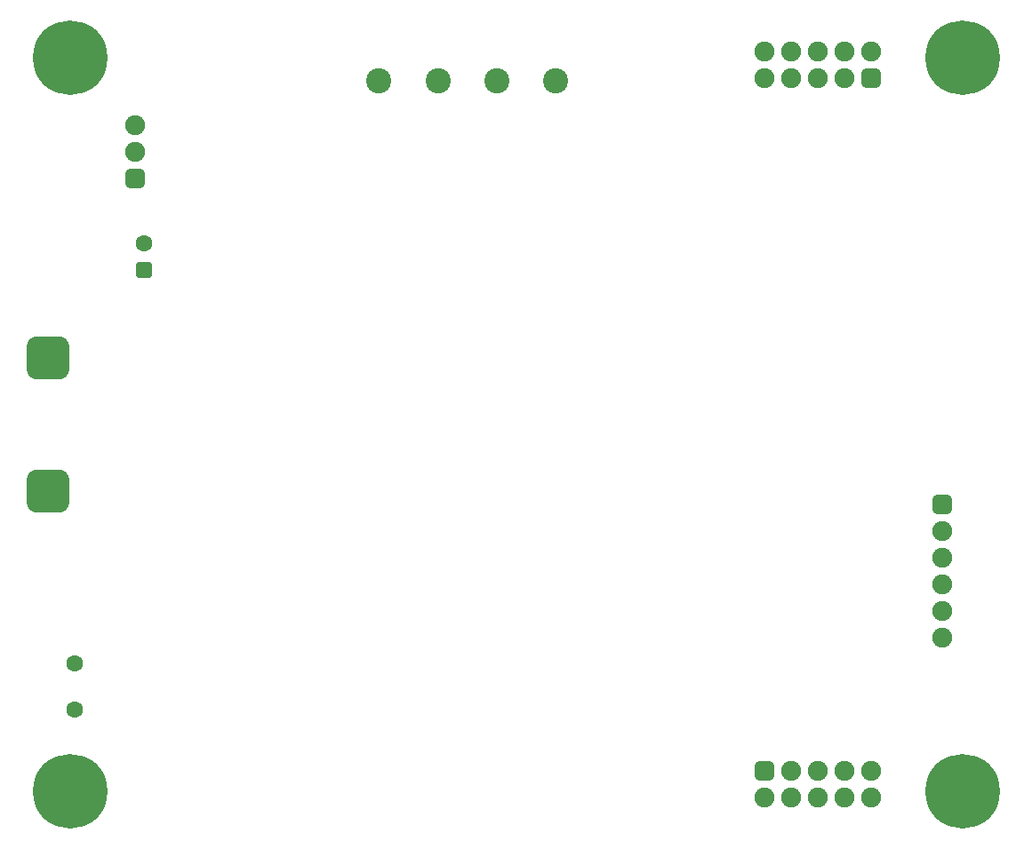
<source format=gbs>
G04*
G04 #@! TF.GenerationSoftware,Altium Limited,Altium Designer,20.2.8 (258)*
G04*
G04 Layer_Color=16711935*
%FSLAX44Y44*%
%MOMM*%
G71*
G04*
G04 #@! TF.SameCoordinates,3C6D5B40-6E81-4EE8-AB30-EF2341ADE942*
G04*
G04*
G04 #@! TF.FilePolarity,Negative*
G04*
G01*
G75*
%ADD78C,1.9000*%
G04:AMPARAMS|DCode=79|XSize=4.1mm|YSize=4.1mm|CornerRadius=1.05mm|HoleSize=0mm|Usage=FLASHONLY|Rotation=270.000|XOffset=0mm|YOffset=0mm|HoleType=Round|Shape=RoundedRectangle|*
%AMROUNDEDRECTD79*
21,1,4.1000,2.0000,0,0,270.0*
21,1,2.0000,4.1000,0,0,270.0*
1,1,2.1000,-1.0000,-1.0000*
1,1,2.1000,-1.0000,1.0000*
1,1,2.1000,1.0000,1.0000*
1,1,2.1000,1.0000,-1.0000*
%
%ADD79ROUNDEDRECTD79*%
G04:AMPARAMS|DCode=80|XSize=1.6mm|YSize=1.6mm|CornerRadius=0.425mm|HoleSize=0mm|Usage=FLASHONLY|Rotation=90.000|XOffset=0mm|YOffset=0mm|HoleType=Round|Shape=RoundedRectangle|*
%AMROUNDEDRECTD80*
21,1,1.6000,0.7500,0,0,90.0*
21,1,0.7500,1.6000,0,0,90.0*
1,1,0.8500,0.3750,0.3750*
1,1,0.8500,0.3750,-0.3750*
1,1,0.8500,-0.3750,-0.3750*
1,1,0.8500,-0.3750,0.3750*
%
%ADD80ROUNDEDRECTD80*%
%ADD81C,2.4000*%
%ADD82C,1.6000*%
G04:AMPARAMS|DCode=83|XSize=1.9mm|YSize=1.9mm|CornerRadius=0.5mm|HoleSize=0mm|Usage=FLASHONLY|Rotation=90.000|XOffset=0mm|YOffset=0mm|HoleType=Round|Shape=RoundedRectangle|*
%AMROUNDEDRECTD83*
21,1,1.9000,0.9000,0,0,90.0*
21,1,0.9000,1.9000,0,0,90.0*
1,1,1.0000,0.4500,0.4500*
1,1,1.0000,0.4500,-0.4500*
1,1,1.0000,-0.4500,-0.4500*
1,1,1.0000,-0.4500,0.4500*
%
%ADD83ROUNDEDRECTD83*%
G04:AMPARAMS|DCode=84|XSize=1.9mm|YSize=1.9mm|CornerRadius=0.5mm|HoleSize=0mm|Usage=FLASHONLY|Rotation=180.000|XOffset=0mm|YOffset=0mm|HoleType=Round|Shape=RoundedRectangle|*
%AMROUNDEDRECTD84*
21,1,1.9000,0.9000,0,0,180.0*
21,1,0.9000,1.9000,0,0,180.0*
1,1,1.0000,-0.4500,0.4500*
1,1,1.0000,0.4500,0.4500*
1,1,1.0000,0.4500,-0.4500*
1,1,1.0000,-0.4500,-0.4500*
%
%ADD84ROUNDEDRECTD84*%
%ADD85C,7.1000*%
D78*
X112000Y285400D02*
D03*
X736600Y-330200D02*
D03*
Y-355600D02*
D03*
X787400Y-330200D02*
D03*
Y-355600D02*
D03*
X812800Y-330200D02*
D03*
X880000Y-203500D02*
D03*
Y-127300D02*
D03*
Y-101900D02*
D03*
X762000Y-355600D02*
D03*
Y-330200D02*
D03*
X711200Y355600D02*
D03*
Y330200D02*
D03*
X736600Y355600D02*
D03*
Y330200D02*
D03*
X762000Y355600D02*
D03*
Y330200D02*
D03*
X787400Y355600D02*
D03*
Y330200D02*
D03*
X812800Y355600D02*
D03*
Y-355600D02*
D03*
X711200D02*
D03*
X880000Y-152700D02*
D03*
X112000Y260000D02*
D03*
X880000Y-178100D02*
D03*
D79*
X29000Y-63500D02*
D03*
Y63500D02*
D03*
D80*
X120000Y147300D02*
D03*
D81*
X512000Y328000D02*
D03*
X456000D02*
D03*
X344000D02*
D03*
X400000D02*
D03*
D82*
X120000Y172700D02*
D03*
X54219Y-228029D02*
D03*
Y-271971D02*
D03*
D83*
X112000Y234600D02*
D03*
X880000Y-76500D02*
D03*
D84*
X812800Y330200D02*
D03*
X711200Y-330200D02*
D03*
D85*
X50000Y-350000D02*
D03*
X900000D02*
D03*
Y350000D02*
D03*
X50000D02*
D03*
M02*

</source>
